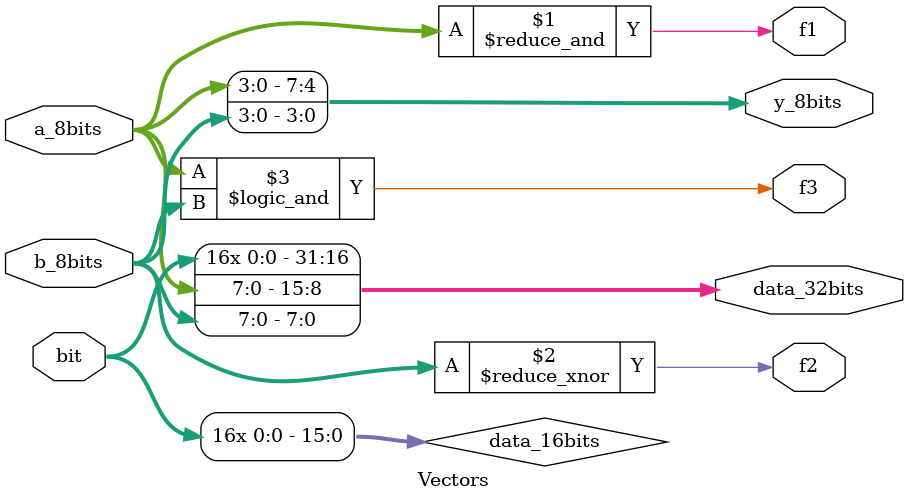
<source format=v>
/* Topics:
    - Declaring Vectors
    - Accessing Vector Elements
    - Logical Operators(
        and ---> &&
        or  ---> ||
        not ---> ~ or !
    )
    - Reduction Operators (bitwise but for specific usage)
    - Concatenation and Replication
*/

module Vectors(
    input[7:0] a_8bits, b_8bits,
    input bit,
    output f1,f2,f3,
    output[7:0] y_8bits,
    output[31:0] data_32bits
);
    wire[15:0] data_16bits;
    /* Extra examples:
        wire  [4:1] x;         // 4-bit wire
        output wire [0:0] y;   // 1-bit wire that is also an output port (this is still a vector)
        input wire [3:-2] z;  // 6-bit wire input (negative ranges are allowed)
        output [3:0] a;       // 4-bit output wire. Type is 'wire' unless specified otherwise.
        wire [0:7] b;         // 8-bit wire where b[0] is the most-significant bit.
    */
    assign y_8bits[7:4] = a_8bits[3:0]; // assign the low 4 bits of a_8bits to the high 4 bits of y_8bits
    assign y_8bits[3:0] = b_8bits[3:0]; // assign the low 4 bits of b_8bits to the low  4 bits of y_8bits
    //! assign y_8bits[0:3] = ... Illegal. Vector part-select must match the direction of the declaration
    
    // Reduction
    assign f1 = & a_8bits; // and-ing all 8 bits 
    assign f2 = ~^ b_8bits;// xnor-ing all 8 bits (can be used in parity checking)
    
    // Logical Operation
    assign f3 = a_8bits && b_8bits; // f3 is 1 if (a!=0  and b!=0) it is a logic 
    // Hint: When working with 1 bit wire it doesn't matter using logic or bitwise
    // But it matters when working with vectors or conditions

    // Replication 
    assign data_16bits = {16{bit}}; // the wire 'bit' is repeated 16 time and assigned to 16 bits

    // Concatenation
    assign data_32bits = {data_16bits, a_8bits, b_8bits};

endmodule
</source>
